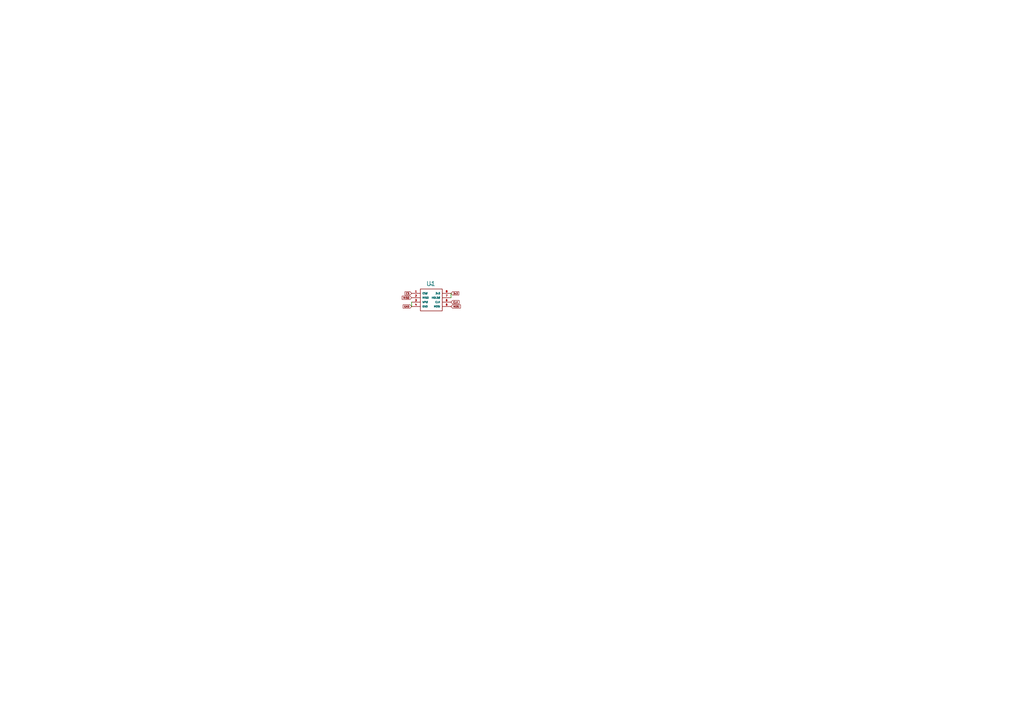
<source format=kicad_sch>
(kicad_sch (version 20231120) (generator "eeschema") (generator_version "8.0")
  (paper "A4")
  (lib_symbols
    (symbol "flash:flash"
      (property "Reference" "U" (at 0.508 3.81 0))
      (symbol "flash_0_1"
        (rectangle (start -2.54 2.54) (end 3.81 -3.81))
      )
      (symbol "flash_1_1"
        (pin output line (at -5.08 1.27 0) (length 2.54) (name "CS#") (number "1"))
        (pin bidirectional line (at -5.08 0 0) (length 2.54) (name "MISO") (number "2"))
        (pin input line (at -5.08 -1.27 0) (length 2.54) (name "WP#") (number "3"))
        (pin power_in line (at -5.08 -2.54 0) (length 2.54) (name "GND") (number "4"))
        (pin bidirectional line (at 6.35 -2.54 180) (length 2.54) (name "MOSI") (number "5"))
        (pin bidirectional line (at 6.35 -1.27 180) (length 2.54) (name "CLK") (number "6"))
        (pin input line (at 6.35 0 180) (length 2.54) (name "HOLD#") (number "7"))
        (pin power_in line (at 6.35 1.27 180) (length 2.54) (name "3v3") (number "8"))
      )
    )
  )
  (wire (pts (xy 119.38 87.63) (xy 119.38 88.9)))
  (wire (pts (xy 130.81 85.09) (xy 130.81 86.36)))
  (global_label "CS" (shape input) (at 119.38 85.09 180) (effects (font (size 0.5 0.5))) (property "Intersheetrefs" "${INTERSHEET_REFS}" (effects (hide yes))))
  (global_label "MOSI" (shape input) (at 130.81 88.9 0) (effects (font (size 0.5 0.5))) (property "Intersheetrefs" "${INTERSHEET_REFS}" (effects (hide yes))))
  (global_label "CLK" (shape input) (at 130.81 87.63 0) (effects (font (size 0.5 0.5))) (property "Intersheetrefs" "${INTERSHEET_REFS}" (effects (hide yes))))
  (global_label "3v3" (shape input) (at 130.81 85.09 0) (effects (font (size 0.5 0.5))) (property "Intersheetrefs" "${INTERSHEET_REFS}" (effects (hide yes))))
  (global_label "GND" (shape input) (at 119.38 88.9 180) (effects (font (size 0.5 0.5))) (property "Intersheetrefs" "${INTERSHEET_REFS}" (effects (hide yes))))
  (global_label "MISO" (shape input) (at 119.38 86.36 180) (effects (font (size 0.5 0.5))) (property "Intersheetrefs" "${INTERSHEET_REFS}" (effects (hide yes))))
  (symbol (lib_id "flash:flash") (at 124.46 86.36 0) (unit 1)
    (property "Reference" "U1" (at 124.968 82.296 0))
    (property "Value" "~" (at 125.095 82.55 0))
    (property "Footprint" "Package_SO:SOP-8_5.28x5.23mm_P1.27mm" (effects (hide yes)))
  )
)
</source>
